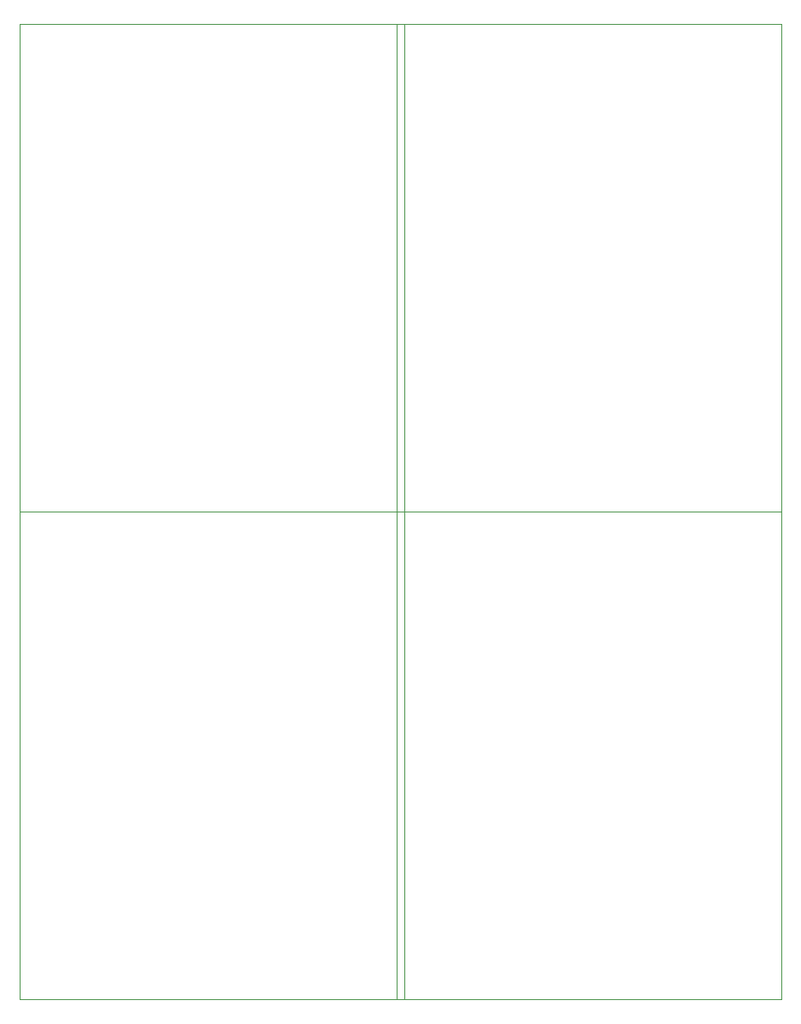
<source format=gbr>
G04 #@! TF.GenerationSoftware,KiCad,Pcbnew,5.1.5-52549c5~86~ubuntu18.04.1*
G04 #@! TF.CreationDate,2020-09-08T17:49:57-05:00*
G04 #@! TF.ProjectId,,58585858-5858-4585-9858-585858585858,rev?*
G04 #@! TF.SameCoordinates,Original*
G04 #@! TF.FileFunction,Profile,NP*
%FSLAX46Y46*%
G04 Gerber Fmt 4.6, Leading zero omitted, Abs format (unit mm)*
G04 Created by KiCad (PCBNEW 5.1.5-52549c5~86~ubuntu18.04.1) date 2020-09-08 17:49:57*
%MOMM*%
%LPD*%
G04 APERTURE LIST*
%ADD10C,0.050000*%
G04 APERTURE END LIST*
D10*
X150811200Y-161859000D02*
X188911200Y-161859000D01*
X113421200Y-161859000D02*
X151521200Y-161859000D01*
X150811200Y-113599000D02*
X188911200Y-113599000D01*
X188911200Y-113599000D02*
X188911200Y-161859000D01*
X151521200Y-113599000D02*
X151521200Y-161859000D01*
X188911200Y-65339000D02*
X188911200Y-113599000D01*
X150811200Y-113599000D02*
X188911200Y-113599000D01*
X113421200Y-113599000D02*
X151521200Y-113599000D01*
X150811200Y-65339000D02*
X188911200Y-65339000D01*
X150811200Y-113599000D02*
X150811200Y-161859000D01*
X113421200Y-113599000D02*
X113421200Y-161859000D01*
X150811200Y-65339000D02*
X150811200Y-113599000D01*
X113421200Y-113599000D02*
X151521200Y-113599000D01*
X151521200Y-65339000D02*
X151521200Y-113599000D01*
X113421200Y-65339000D02*
X151521200Y-65339000D01*
X113421200Y-65339000D02*
X113421200Y-113599000D01*
M02*

</source>
